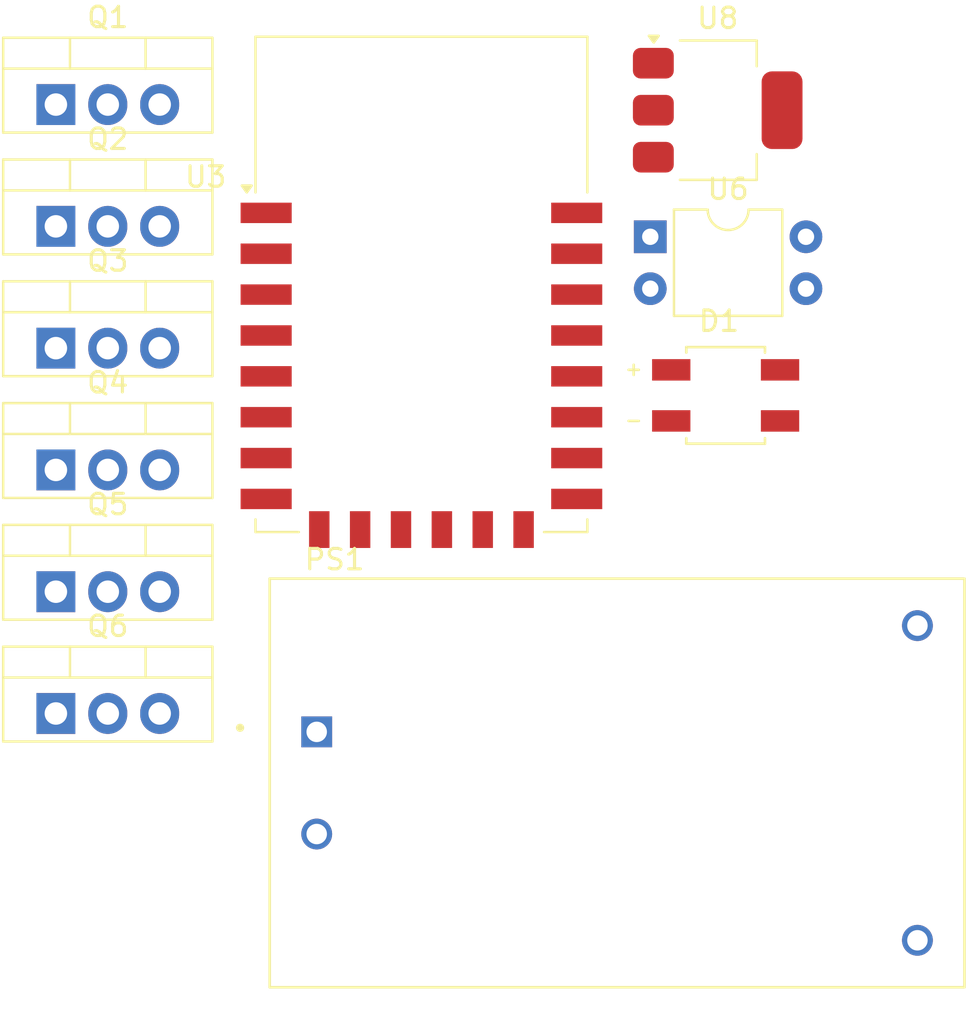
<source format=kicad_pcb>
(kicad_pcb (version 20240108) (generator "pcbnew") (generator_version "8.0")
  (layers (0 "F.Cu" signal) (31 "B.Cu" signal) (34 "B.Paste" user) (35 "F.Paste" user) (36 "B.SilkS" user "B.Silkscreen") (37 "F.SilkS" user "F.Silkscreen") (38 "B.Mask" user) (39 "F.Mask" user) (44 "Edge.Cuts" user))
  (net 0 "")
  (net 1 "Net-(D1-Pad4)")
  (net 2 "Net-(D1-Pad2)")
  (net 3 "Net-(D1-Pad1)")
  (net 4 "Net-(D1-Pad3)")
  (net 5 "Net-(PS1-AC1)")
  (net 6 "GND")
  (net 7 "Vcc")
  (net 8 "GNDPWR")
  (net 9 "Net-(Q1-A1)")
  (net 10 "Net-(Q1-G)")
  (net 11 "Net-(Q2-A1)")
  (net 12 "Net-(Q2-G)")
  (net 13 "Net-(Q3-A1)")
  (net 14 "Net-(Q3-G)")
  (net 15 "Net-(Q4-G)")
  (net 16 "Net-(Q4-A1)")
  (net 17 "Net-(Q5-A1)")
  (net 18 "Net-(Q5-G)")
  (net 19 "Net-(Q6-G)")
  (net 20 "Net-(Q6-A1)")
  (net 21 "Net-(U3-~{RST})")
  (net 22 "IO2")
  (net 23 "IO3")
  (net 24 "Net-(U3-EN)")
  (net 25 "3v3")
  (net 26 "P2")
  (net 27 "Rx")
  (net 28 "S3")
  (net 29 "Tx")
  (net 30 "P1")
  (net 31 "ADC")
  (net 32 "Net-(U3-GPIO2)")
  (net 33 "Net-(U3-GPIO15)")
  (net 34 "P4")
  (net 35 "S1")
  (net 36 "P3")
  (net 37 "IO1")
  (net 38 "S4")
  (net 39 "S2")
  (net 40 "Net-(U3-GPIO0)")
  (net 41 "Zero_C")
  (net 42 "Net-(R25-Pad1)")
  (footprint "Package_TO_SOT_THT:TO-220-3_Vertical" (layer "F.Cu") (at 124.3348 93.52)
    (property "Reference" "Q3" (at 2.54 -4.27 0) (layer "F.SilkS"))
    (property "Value" "BTA16-600B")
    (fp_line (start -2.58 -3.27) (end -2.58 1.371) (stroke (width 0.12)) (layer "F.SilkS"))
    (fp_line (start -2.58 -3.27) (end 7.66 -3.27) (stroke (width 0.12)) (layer "F.SilkS"))
    (fp_line (start -2.58 -1.76) (end 7.66 -1.76) (stroke (width 0.12)) (layer "F.SilkS"))
    (fp_line (start -2.58 1.371) (end 7.66 1.371) (stroke (width 0.12)) (layer "F.SilkS"))
    (fp_line (start 0.69 -3.27) (end 0.69 -1.76) (stroke (width 0.12)) (layer "F.SilkS"))
    (fp_line (start 4.391 -3.27) (end 4.391 -1.76) (stroke (width 0.12)) (layer "F.SilkS"))
    (fp_line (start 7.66 -3.27) (end 7.66 1.371) (stroke (width 0.12)) (layer "F.SilkS"))
    (pad "1" thru_hole rect (at 0 0) (size 1.905 2) (drill 1.1) (layers "*.Cu" "*.Mask") (net 13 "Net-(Q3-A1)"))
    (pad "2" thru_hole oval (at 2.54 0) (size 1.905 2) (drill 1.1) (layers "*.Cu" "*.Mask") (net 8 "GNDPWR"))
    (pad "3" thru_hole oval (at 5.08 0) (size 1.905 2) (drill 1.1) (layers "*.Cu" "*.Mask") (net 14 "Net-(Q3-G)"))
  )
  (footprint "RF_Module:ESP-12E" (layer "F.Cu") (at 142.2248 90.4)
    (property "Reference" "U3" (at -10.56 -5.26 0) (layer "F.SilkS"))
    (property "Value" "ESP-12E")
    (fp_line (start -8.12 -12.12) (end 8.12 -12.12) (stroke (width 0.12)) (layer "F.SilkS"))
    (fp_line (start -8.12 -4.5) (end -8.12 -12.12) (stroke (width 0.12)) (layer "F.SilkS"))
    (fp_line (start -8.12 12.12) (end -8.12 11.5) (stroke (width 0.12)) (layer "F.SilkS"))
    (fp_line (start -6 12.12) (end -8.12 12.12) (stroke (width 0.12)) (layer "F.SilkS"))
    (fp_line (start 8.12 -12.12) (end 8.12 -4.5) (stroke (width 0.12)) (layer "F.SilkS"))
    (fp_line (start 8.12 11.5) (end 8.12 12.12) (stroke (width 0.12)) (layer "F.SilkS"))
    (fp_line (start 8.12 12.12) (end 6 12.12) (stroke (width 0.12)) (layer "F.SilkS"))
    (fp_poly (pts (xy -8.55 -4.5) (xy -8.79 -4.836) (xy -8.31 -4.836) (xy -8.55 -4.5)) (stroke (width 0.12)) (fill solid) (layer "F.SilkS"))
    (pad "1" smd rect (at -7.6 -3.5) (size 2.5 1) (layers "F.Cu" "F.Paste" "F.Mask") (net 21 "Net-(U3-~{RST})"))
    (pad "2" smd rect (at -7.6 -1.5) (size 2.5 1) (layers "F.Cu" "F.Paste" "F.Mask") (net 31 "ADC"))
    (pad "3" smd rect (at -7.6 0.5) (size 2.5 1) (layers "F.Cu" "F.Paste" "F.Mask") (net 24 "Net-(U3-EN)"))
    (pad "4" smd rect (at -7.6 2.5) (size 2.5 1) (layers "F.Cu" "F.Paste" "F.Mask") (net 39 "S2"))
    (pad "5" smd rect (at -7.6 4.5) (size 2.5 1) (layers "F.Cu" "F.Paste" "F.Mask") (net 38 "S4"))
    (pad "6" smd rect (at -7.6 6.5) (size 2.5 1) (layers "F.Cu" "F.Paste" "F.Mask") (net 36 "P3"))
    (pad "7" smd rect (at -7.6 8.5) (size 2.5 1) (layers "F.Cu" "F.Paste" "F.Mask") (net 34 "P4"))
    (pad "8" smd rect (at -7.6 10.5) (size 2.5 1) (layers "F.Cu" "F.Paste" "F.Mask") (net 25 "3v3"))
    (pad "9" smd rect (at -5 12) (size 1 1.8) (layers "F.Cu" "F.Paste" "F.Mask") (net 37 "IO1"))
    (pad "10" smd rect (at -3 12) (size 1 1.8) (layers "F.Cu" "F.Paste" "F.Mask") (net 22 "IO2"))
    (pad "11" smd rect (at -1 12) (size 1 1.8) (layers "F.Cu" "F.Paste" "F.Mask") (net 28 "S3"))
    (pad "12" smd rect (at 1 12) (size 1 1.8) (layers "F.Cu" "F.Paste" "F.Mask") (net 35 "S1"))
    (pad "13" smd rect (at 3 12) (size 1 1.8) (layers "F.Cu" "F.Paste" "F.Mask") (net 23 "IO3"))
    (pad "14" smd rect (at 5 12) (size 1 1.8) (layers "F.Cu" "F.Paste" "F.Mask") (net 23 "IO3"))
    (pad "15" smd rect (at 7.6 10.5) (size 2.5 1) (layers "F.Cu" "F.Paste" "F.Mask") (net 6 "GND"))
    (pad "16" smd rect (at 7.6 8.5) (size 2.5 1) (layers "F.Cu" "F.Paste" "F.Mask") (net 33 "Net-(U3-GPIO15)"))
    (pad "17" smd rect (at 7.6 6.5) (size 2.5 1) (layers "F.Cu" "F.Paste" "F.Mask") (net 32 "Net-(U3-GPIO2)"))
    (pad "18" smd rect (at 7.6 4.5) (size 2.5 1) (layers "F.Cu" "F.Paste" "F.Mask") (net 40 "Net-(U3-GPIO0)"))
    (pad "19" smd rect (at 7.6 2.5) (size 2.5 1) (layers "F.Cu" "F.Paste" "F.Mask") (net 30 "P1"))
    (pad "20" smd rect (at 7.6 0.5) (size 2.5 1) (layers "F.Cu" "F.Paste" "F.Mask") (net 26 "P2"))
    (pad "21" smd rect (at 7.6 -1.5) (size 2.5 1) (layers "F.Cu" "F.Paste" "F.Mask") (net 27 "Rx"))
    (pad "22" smd rect (at 7.6 -3.5) (size 2.5 1) (layers "F.Cu" "F.Paste" "F.Mask") (net 29 "Tx"))
  )
  (footprint "Package_TO_SOT_THT:TO-220-3_Vertical" (layer "F.Cu") (at 124.3348 81.6)
    (property "Reference" "Q1" (at 2.54 -4.27 0) (layer "F.SilkS"))
    (property "Value" "BTA16-600B")
    (fp_line (start -2.58 -3.27) (end -2.58 1.371) (stroke (width 0.12)) (layer "F.SilkS"))
    (fp_line (start -2.58 -3.27) (end 7.66 -3.27) (stroke (width 0.12)) (layer "F.SilkS"))
    (fp_line (start -2.58 -1.76) (end 7.66 -1.76) (stroke (width 0.12)) (layer "F.SilkS"))
    (fp_line (start -2.58 1.371) (end 7.66 1.371) (stroke (width 0.12)) (layer "F.SilkS"))
    (fp_line (start 0.69 -3.27) (end 0.69 -1.76) (stroke (width 0.12)) (layer "F.SilkS"))
    (fp_line (start 4.391 -3.27) (end 4.391 -1.76) (stroke (width 0.12)) (layer "F.SilkS"))
    (fp_line (start 7.66 -3.27) (end 7.66 1.371) (stroke (width 0.12)) (layer "F.SilkS"))
    (pad "1" thru_hole rect (at 0 0) (size 1.905 2) (drill 1.1) (layers "*.Cu" "*.Mask") (net 9 "Net-(Q1-A1)"))
    (pad "2" thru_hole oval (at 2.54 0) (size 1.905 2) (drill 1.1) (layers "*.Cu" "*.Mask") (net 8 "GNDPWR"))
    (pad "3" thru_hole oval (at 5.08 0) (size 1.905 2) (drill 1.1) (layers "*.Cu" "*.Mask") (net 10 "Net-(Q1-G)"))
  )
  (footprint "Package_TO_SOT_THT:TO-220-3_Vertical" (layer "F.Cu") (at 124.3348 105.44)
    (property "Reference" "Q5" (at 2.54 -4.27 0) (layer "F.SilkS"))
    (property "Value" "BTA16-600B")
    (fp_line (start -2.58 -3.27) (end -2.58 1.371) (stroke (width 0.12)) (layer "F.SilkS"))
    (fp_line (start -2.58 -3.27) (end 7.66 -3.27) (stroke (width 0.12)) (layer "F.SilkS"))
    (fp_line (start -2.58 -1.76) (end 7.66 -1.76) (stroke (width 0.12)) (layer "F.SilkS"))
    (fp_line (start -2.58 1.371) (end 7.66 1.371) (stroke (width 0.12)) (layer "F.SilkS"))
    (fp_line (start 0.69 -3.27) (end 0.69 -1.76) (stroke (width 0.12)) (layer "F.SilkS"))
    (fp_line (start 4.391 -3.27) (end 4.391 -1.76) (stroke (width 0.12)) (layer "F.SilkS"))
    (fp_line (start 7.66 -3.27) (end 7.66 1.371) (stroke (width 0.12)) (layer "F.SilkS"))
    (pad "1" thru_hole rect (at 0 0) (size 1.905 2) (drill 1.1) (layers "*.Cu" "*.Mask") (net 17 "Net-(Q5-A1)"))
    (pad "2" thru_hole oval (at 2.54 0) (size 1.905 2) (drill 1.1) (layers "*.Cu" "*.Mask") (net 8 "GNDPWR"))
    (pad "3" thru_hole oval (at 5.08 0) (size 1.905 2) (drill 1.1) (layers "*.Cu" "*.Mask") (net 18 "Net-(Q5-G)"))
  )
  (footprint "Package_DIP:DIP-4_W7.62mm" (layer "F.Cu") (at 153.4248 88.07)
    (property "Reference" "U6" (at 3.81 -2.33 0) (layer "F.SilkS"))
    (property "Value" "EL817")
    (fp_line (start 1.16 -1.33) (end 1.16 3.87) (stroke (width 0.12)) (layer "F.SilkS"))
    (fp_line (start 1.16 3.87) (end 6.46 3.87) (stroke (width 0.12)) (layer "F.SilkS"))
    (fp_line (start 2.81 -1.33) (end 1.16 -1.33) (stroke (width 0.12)) (layer "F.SilkS"))
    (fp_line (start 6.46 -1.33) (end 4.81 -1.33) (stroke (width 0.12)) (layer "F.SilkS"))
    (fp_line (start 6.46 3.87) (end 6.46 -1.33) (stroke (width 0.12)) (layer "F.SilkS"))
    (fp_arc (start 4.81 -1.33) (mid 3.81 -0.33) (end 2.81 -1.33) (stroke (width 0.12)) (layer "F.SilkS"))
    (pad "1" thru_hole rect (at 0 0) (size 1.6 1.6) (drill 0.8) (layers "*.Cu" "*.Mask") (net 3 "Net-(D1-Pad1)"))
    (pad "2" thru_hole oval (at 0 2.54) (size 1.6 1.6) (drill 0.8) (layers "*.Cu" "*.Mask") (net 4 "Net-(D1-Pad3)"))
    (pad "3" thru_hole oval (at 7.62 2.54) (size 1.6 1.6) (drill 0.8) (layers "*.Cu" "*.Mask") (net 42 "Net-(R25-Pad1)"))
    (pad "4" thru_hole oval (at 7.62 0) (size 1.6 1.6) (drill 0.8) (layers "*.Cu" "*.Mask") (net 41 "Zero_C"))
  )
  (footprint "Package_TO_SOT_THT:TO-220-3_Vertical" (layer "F.Cu") (at 124.3348 111.4)
    (property "Reference" "Q6" (at 2.54 -4.27 0) (layer "F.SilkS"))
    (property "Value" "BTA16-600B")
    (fp_line (start -2.58 -3.27) (end -2.58 1.371) (stroke (width 0.12)) (layer "F.SilkS"))
    (fp_line (start -2.58 -3.27) (end 7.66 -3.27) (stroke (width 0.12)) (layer "F.SilkS"))
    (fp_line (start -2.58 -1.76) (end 7.66 -1.76) (stroke (width 0.12)) (layer "F.SilkS"))
    (fp_line (start -2.58 1.371) (end 7.66 1.371) (stroke (width 0.12)) (layer "F.SilkS"))
    (fp_line (start 0.69 -3.27) (end 0.69 -1.76) (stroke (width 0.12)) (layer "F.SilkS"))
    (fp_line (start 4.391 -3.27) (end 4.391 -1.76) (stroke (width 0.12)) (layer "F.SilkS"))
    (fp_line (start 7.66 -3.27) (end 7.66 1.371) (stroke (width 0.12)) (layer "F.SilkS"))
    (pad "1" thru_hole rect (at 0 0) (size 1.905 2) (drill 1.1) (layers "*.Cu" "*.Mask") (net 20 "Net-(Q6-A1)"))
    (pad "2" thru_hole oval (at 2.54 0) (size 1.905 2) (drill 1.1) (layers "*.Cu" "*.Mask") (net 8 "GNDPWR"))
    (pad "3" thru_hole oval (at 5.08 0) (size 1.905 2) (drill 1.1) (layers "*.Cu" "*.Mask") (net 19 "Net-(Q6-G)"))
  )
  (footprint "Package_TO_SOT_SMD:SOT-223-3_TabPin2" (layer "F.Cu") (at 156.7248 81.875)
    (property "Reference" "U8" (at 0 -4.5 0) (layer "F.SilkS"))
    (property "Value" "AMS1117-3.3")
    (fp_line (start -1.85 -3.41) (end 1.91 -3.41) (stroke (width 0.12)) (layer "F.SilkS"))
    (fp_line (start -1.85 3.41) (end 1.91 3.41) (stroke (width 0.12)) (layer "F.SilkS"))
    (fp_line (start 1.91 -3.41) (end 1.91 -2.15) (stroke (width 0.12)) (layer "F.SilkS"))
    (fp_line (start 1.91 3.41) (end 1.91 2.15) (stroke (width 0.12)) (layer "F.SilkS"))
    (fp_poly (pts (xy -3.13 -3.31) (xy -3.37 -3.64) (xy -2.89 -3.64) (xy -3.13 -3.31)) (stroke (width 0.12)) (fill solid) (layer "F.SilkS"))
    (pad "1" smd roundrect (at -3.15 -2.3) (size 2 1.5) (layers "F.Cu" "F.Paste" "F.Mask") (net 6 "GND"))
    (pad "2" smd roundrect (at -3.15 0) (size 2 1.5) (layers "F.Cu" "F.Paste" "F.Mask") (net 25 "3v3"))
    (pad "2" smd roundrect (at 3.15 0) (size 2 3.8) (layers "F.Cu" "F.Paste" "F.Mask") (net 25 "3v3"))
    (pad "3" smd roundrect (at -3.15 2.3) (size 2 1.5) (layers "F.Cu" "F.Paste" "F.Mask") (net 7 "Vcc"))
  )
  (footprint "MB10F-13:DIOB_MB10F-13" (layer "F.Cu") (at 157.1133 95.8325)
    (property "Reference" "D1" (at -0.325 -3.635 0) (layer "F.SilkS"))
    (property "Value" "MB10F-13")
    (fp_line (start -4.75 -1.25) (end -4.25 -1.25) (stroke (width 0.127)) (layer "F.SilkS"))
    (fp_line (start -4.75 1.25) (end -4.25 1.25) (stroke (width 0.127)) (layer "F.SilkS"))
    (fp_line (start -4.5 -1.5) (end -4.5 -1) (stroke (width 0.127)) (layer "F.SilkS"))
    (fp_line (start -1.925 -2.3625) (end -1.925 -2.095) (stroke (width 0.127)) (layer "F.SilkS"))
    (fp_line (start -1.925 2.095) (end -1.925 2.3625) (stroke (width 0.127)) (layer "F.SilkS"))
    (fp_line (start -1.925 2.3625) (end 1.925 2.3625) (stroke (width 0.127)) (layer "F.SilkS"))
    (fp_line (start 1.925 -2.3625) (end -1.925 -2.3625) (stroke (width 0.127)) (layer "F.SilkS"))
    (fp_line (start 1.925 -2.095) (end 1.925 -2.3625) (stroke (width 0.127)) (layer "F.SilkS"))
    (fp_line (start 1.925 2.3625) (end 1.925 2.095) (stroke (width 0.127)) (layer "F.SilkS"))
    (pad "1" smd rect (at -2.6625 -1.25) (size 1.875 1.05) (layers "F.Cu" "F.Paste" "F.Mask") (net 3 "Net-(D1-Pad1)"))
    (pad "2" smd rect (at 2.6625 -1.25) (size 1.875 1.05) (layers "F.Cu" "F.Paste" "F.Mask") (net 2 "Net-(D1-Pad2)"))
    (pad "3" smd rect (at -2.6625 1.25) (size 1.875 1.05) (layers "F.Cu" "F.Paste" "F.Mask") (net 4 "Net-(D1-Pad3)"))
    (pad "4" smd rect (at 2.6625 1.25) (size 1.875 1.05) (layers "F.Cu" "F.Paste" "F.Mask") (net 1 "Net-(D1-Pad4)"))
  )
  (footprint "Package_TO_SOT_THT:TO-220-3_Vertical" (layer "F.Cu") (at 124.3348 99.48)
    (property "Reference" "Q4" (at 2.54 -4.27 0) (layer "F.SilkS"))
    (property "Value" "BTA16-600B")
    (fp_line (start -2.58 -3.27) (end -2.58 1.371) (stroke (width 0.12)) (layer "F.SilkS"))
    (fp_line (start -2.58 -3.27) (end 7.66 -3.27) (stroke (width 0.12)) (layer "F.SilkS"))
    (fp_line (start -2.58 -1.76) (end 7.66 -1.76) (stroke (width 0.12)) (layer "F.SilkS"))
    (fp_line (start -2.58 1.371) (end 7.66 1.371) (stroke (width 0.12)) (layer "F.SilkS"))
    (fp_line (start 0.69 -3.27) (end 0.69 -1.76) (stroke (width 0.12)) (layer "F.SilkS"))
    (fp_line (start 4.391 -3.27) (end 4.391 -1.76) (stroke (width 0.12)) (layer "F.SilkS"))
    (fp_line (start 7.66 -3.27) (end 7.66 1.371) (stroke (width 0.12)) (layer "F.SilkS"))
    (pad "1" thru_hole rect (at 0 0) (size 1.905 2) (drill 1.1) (layers "*.Cu" "*.Mask") (net 16 "Net-(Q4-A1)"))
    (pad "2" thru_hole oval (at 2.54 0) (size 1.905 2) (drill 1.1) (layers "*.Cu" "*.Mask") (net 8 "GNDPWR"))
    (pad "3" thru_hole oval (at 5.08 0) (size 1.905 2) (drill 1.1) (layers "*.Cu" "*.Mask") (net 15 "Net-(Q4-G)"))
  )
  (footprint "HLK-PM01:CONV_HLK-PM01" (layer "F.Cu") (at 151.8 114.8)
    (property "Reference" "PS1" (at -13.825 -10.935 0) (layer "F.SilkS"))
    (property "Value" "HLK-PM01")
    (fp_line (start -17 -10) (end -17 10) (stroke (width 0.127)) (layer "F.SilkS"))
    (fp_line (start -17 10) (end 17 10) (stroke (width 0.127)) (layer "F.SilkS"))
    (fp_line (start 17 -10) (end -17 -10) (stroke (width 0.127)) (layer "F.SilkS"))
    (fp_line (start 17 10) (end 17 -10) (stroke (width 0.127)) (layer "F.SilkS"))
    (fp_circle (center -18.4502 -2.7) (end -18.3502 -2.7) (stroke (width 0.2)) (fill none) (layer "F.SilkS"))
    (pad "1" thru_hole rect (at -14.7 -2.5) (size 1.508 1.508) (drill 1) (layers "*.Cu" "*.Mask") (net 5 "Net-(PS1-AC1)"))
    (pad "2" thru_hole circle (at -14.7 2.5) (size 1.508 1.508) (drill 1) (layers "*.Cu" "*.Mask") (net 8 "GNDPWR"))
    (pad "3" thru_hole circle (at 14.7 -7.7) (size 1.508 1.508) (drill 1) (layers "*.Cu" "*.Mask") (net 6 "GND"))
    (pad "4" thru_hole circle (at 14.7 7.7) (size 1.508 1.508) (drill 1) (layers "*.Cu" "*.Mask") (net 7 "Vcc"))
  )
  (footprint "Package_TO_SOT_THT:TO-220-3_Vertical" (layer "F.Cu") (at 124.3348 87.56)
    (property "Reference" "Q2" (at 2.54 -4.27 0) (layer "F.SilkS"))
    (property "Value" "BTA16-600B")
    (fp_line (start -2.58 -3.27) (end -2.58 1.371) (stroke (width 0.12)) (layer "F.SilkS"))
    (fp_line (start -2.58 -3.27) (end 7.66 -3.27) (stroke (width 0.12)) (layer "F.SilkS"))
    (fp_line (start -2.58 -1.76) (end 7.66 -1.76) (stroke (width 0.12)) (layer "F.SilkS"))
    (fp_line (start -2.58 1.371) (end 7.66 1.371) (stroke (width 0.12)) (layer "F.SilkS"))
    (fp_line (start 0.69 -3.27) (end 0.69 -1.76) (stroke (width 0.12)) (layer "F.SilkS"))
    (fp_line (start 4.391 -3.27) (end 4.391 -1.76) (stroke (width 0.12)) (layer "F.SilkS"))
    (fp_line (start 7.66 -3.27) (end 7.66 1.371) (stroke (width 0.12)) (layer "F.SilkS"))
    (pad "1" thru_hole rect (at 0 0) (size 1.905 2) (drill 1.1) (layers "*.Cu" "*.Mask") (net 11 "Net-(Q2-A1)"))
    (pad "2" thru_hole oval (at 2.54 0) (size 1.905 2) (drill 1.1) (layers "*.Cu" "*.Mask") (net 8 "GNDPWR"))
    (pad "3" thru_hole oval (at 5.08 0) (size 1.905 2) (drill 1.1) (layers "*.Cu" "*.Mask") (net 12 "Net-(Q2-G)"))
  )
)
</source>
